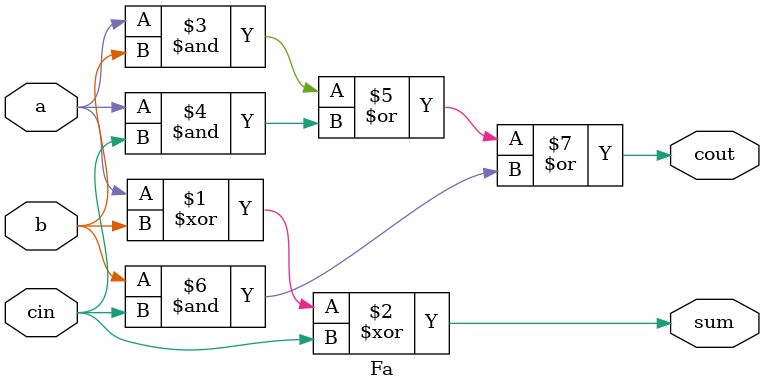
<source format=v>
module top_module( 
    input [2:0] a, b,
    input cin,
    output [2:0] cout,
    output [2:0] sum );
    Fa a2(a[0],b[0],cin,cout[0],sum[0]);
    Fa a1(a[1],b[1],cout[0],cout[1],sum[1]);
    Fa a3(a[2],b[2],cout[1],cout[2],sum[2]);    

endmodule
module Fa(input a,b,cin,output cout,sum);
    assign sum=a^b^cin;
    assign cout=a&b | a&cin | b&cin;
endmodule

</source>
